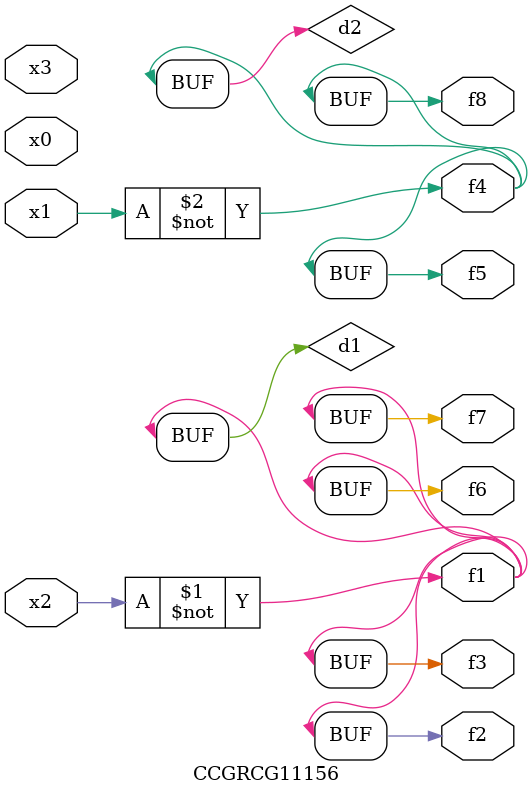
<source format=v>
module CCGRCG11156(
	input x0, x1, x2, x3,
	output f1, f2, f3, f4, f5, f6, f7, f8
);

	wire d1, d2;

	xnor (d1, x2);
	not (d2, x1);
	assign f1 = d1;
	assign f2 = d1;
	assign f3 = d1;
	assign f4 = d2;
	assign f5 = d2;
	assign f6 = d1;
	assign f7 = d1;
	assign f8 = d2;
endmodule

</source>
